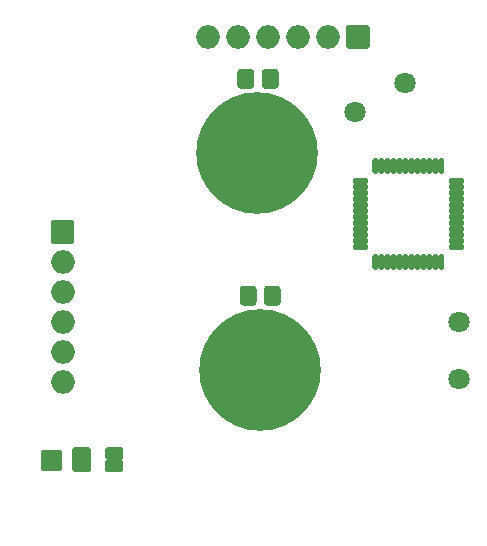
<source format=gbs>
G04 #@! TF.GenerationSoftware,KiCad,Pcbnew,5.1.7-a382d34a8~88~ubuntu18.04.1*
G04 #@! TF.CreationDate,2021-12-09T23:06:50+05:30*
G04 #@! TF.ProjectId,FrontEnd_switch_Normal_v2,46726f6e-7445-46e6-945f-737769746368,rev?*
G04 #@! TF.SameCoordinates,Original*
G04 #@! TF.FileFunction,Soldermask,Bot*
G04 #@! TF.FilePolarity,Negative*
%FSLAX46Y46*%
G04 Gerber Fmt 4.6, Leading zero omitted, Abs format (unit mm)*
G04 Created by KiCad (PCBNEW 5.1.7-a382d34a8~88~ubuntu18.04.1) date 2021-12-09 23:06:50*
%MOMM*%
%LPD*%
G01*
G04 APERTURE LIST*
%ADD10C,10.300000*%
%ADD11O,2.000000X2.000000*%
%ADD12C,1.800000*%
G04 APERTURE END LIST*
G36*
G01*
X115070000Y-85924484D02*
X115070000Y-84854916D01*
G75*
G02*
X115385216Y-84539700I315216J0D01*
G01*
X116204784Y-84539700D01*
G75*
G02*
X116520000Y-84854916I0J-315216D01*
G01*
X116520000Y-85924484D01*
G75*
G02*
X116204784Y-86239700I-315216J0D01*
G01*
X115385216Y-86239700D01*
G75*
G02*
X115070000Y-85924484I0J315216D01*
G01*
G37*
G36*
G01*
X113020000Y-85924484D02*
X113020000Y-84854916D01*
G75*
G02*
X113335216Y-84539700I315216J0D01*
G01*
X114154784Y-84539700D01*
G75*
G02*
X114470000Y-84854916I0J-315216D01*
G01*
X114470000Y-85924484D01*
G75*
G02*
X114154784Y-86239700I-315216J0D01*
G01*
X113335216Y-86239700D01*
G75*
G02*
X113020000Y-85924484I0J315216D01*
G01*
G37*
G36*
G01*
X115255000Y-104288784D02*
X115255000Y-103219216D01*
G75*
G02*
X115570216Y-102904000I315216J0D01*
G01*
X116389784Y-102904000D01*
G75*
G02*
X116705000Y-103219216I0J-315216D01*
G01*
X116705000Y-104288784D01*
G75*
G02*
X116389784Y-104604000I-315216J0D01*
G01*
X115570216Y-104604000D01*
G75*
G02*
X115255000Y-104288784I0J315216D01*
G01*
G37*
G36*
G01*
X113205000Y-104288784D02*
X113205000Y-103219216D01*
G75*
G02*
X113520216Y-102904000I315216J0D01*
G01*
X114339784Y-102904000D01*
G75*
G02*
X114655000Y-103219216I0J-315216D01*
G01*
X114655000Y-104288784D01*
G75*
G02*
X114339784Y-104604000I-315216J0D01*
G01*
X113520216Y-104604000D01*
G75*
G02*
X113205000Y-104288784I0J315216D01*
G01*
G37*
D10*
X114717000Y-91686400D03*
G36*
G01*
X103359000Y-116743000D02*
X103359000Y-117483000D01*
G75*
G02*
X103209000Y-117633000I-150000J0D01*
G01*
X101959000Y-117633000D01*
G75*
G02*
X101809000Y-117483000I0J150000D01*
G01*
X101809000Y-116743000D01*
G75*
G02*
X101959000Y-116593000I150000J0D01*
G01*
X103209000Y-116593000D01*
G75*
G02*
X103359000Y-116743000I0J-150000D01*
G01*
G37*
G36*
G01*
X100609000Y-116743000D02*
X100609000Y-118543000D01*
G75*
G02*
X100459000Y-118693000I-150000J0D01*
G01*
X99209000Y-118693000D01*
G75*
G02*
X99059000Y-118543000I0J150000D01*
G01*
X99059000Y-116743000D01*
G75*
G02*
X99209000Y-116593000I150000J0D01*
G01*
X100459000Y-116593000D01*
G75*
G02*
X100609000Y-116743000I0J-150000D01*
G01*
G37*
G36*
G01*
X103359000Y-117803000D02*
X103359000Y-118543000D01*
G75*
G02*
X103209000Y-118693000I-150000J0D01*
G01*
X101959000Y-118693000D01*
G75*
G02*
X101809000Y-118543000I0J150000D01*
G01*
X101809000Y-117803000D01*
G75*
G02*
X101959000Y-117653000I150000J0D01*
G01*
X103209000Y-117653000D01*
G75*
G02*
X103359000Y-117803000I0J-150000D01*
G01*
G37*
D11*
X110523000Y-81833700D03*
X113063000Y-81833700D03*
X115603000Y-81833700D03*
X118143000Y-81833700D03*
X120683000Y-81833700D03*
G36*
G01*
X122373000Y-80833700D02*
X124073000Y-80833700D01*
G75*
G02*
X124223000Y-80983700I0J-150000D01*
G01*
X124223000Y-82683700D01*
G75*
G02*
X124073000Y-82833700I-150000J0D01*
G01*
X122373000Y-82833700D01*
G75*
G02*
X122223000Y-82683700I0J150000D01*
G01*
X122223000Y-80983700D01*
G75*
G02*
X122373000Y-80833700I150000J0D01*
G01*
G37*
G36*
G01*
X131059000Y-98868700D02*
X132059000Y-98868700D01*
G75*
G02*
X132209000Y-99018700I0J-150000D01*
G01*
X132209000Y-99248700D01*
G75*
G02*
X132059000Y-99398700I-150000J0D01*
G01*
X131059000Y-99398700D01*
G75*
G02*
X130909000Y-99248700I0J150000D01*
G01*
X130909000Y-99018700D01*
G75*
G02*
X131059000Y-98868700I150000J0D01*
G01*
G37*
G36*
G01*
X130174000Y-92133700D02*
X130404000Y-92133700D01*
G75*
G02*
X130554000Y-92283700I0J-150000D01*
G01*
X130554000Y-93283700D01*
G75*
G02*
X130404000Y-93433700I-150000J0D01*
G01*
X130174000Y-93433700D01*
G75*
G02*
X130024000Y-93283700I0J150000D01*
G01*
X130024000Y-92283700D01*
G75*
G02*
X130174000Y-92133700I150000J0D01*
G01*
G37*
G36*
G01*
X129666000Y-92133700D02*
X129896000Y-92133700D01*
G75*
G02*
X130046000Y-92283700I0J-150000D01*
G01*
X130046000Y-93283700D01*
G75*
G02*
X129896000Y-93433700I-150000J0D01*
G01*
X129666000Y-93433700D01*
G75*
G02*
X129516000Y-93283700I0J150000D01*
G01*
X129516000Y-92283700D01*
G75*
G02*
X129666000Y-92133700I150000J0D01*
G01*
G37*
G36*
G01*
X129158000Y-92133700D02*
X129388000Y-92133700D01*
G75*
G02*
X129538000Y-92283700I0J-150000D01*
G01*
X129538000Y-93283700D01*
G75*
G02*
X129388000Y-93433700I-150000J0D01*
G01*
X129158000Y-93433700D01*
G75*
G02*
X129008000Y-93283700I0J150000D01*
G01*
X129008000Y-92283700D01*
G75*
G02*
X129158000Y-92133700I150000J0D01*
G01*
G37*
G36*
G01*
X128650000Y-92133700D02*
X128880000Y-92133700D01*
G75*
G02*
X129030000Y-92283700I0J-150000D01*
G01*
X129030000Y-93283700D01*
G75*
G02*
X128880000Y-93433700I-150000J0D01*
G01*
X128650000Y-93433700D01*
G75*
G02*
X128500000Y-93283700I0J150000D01*
G01*
X128500000Y-92283700D01*
G75*
G02*
X128650000Y-92133700I150000J0D01*
G01*
G37*
G36*
G01*
X128142000Y-92133700D02*
X128372000Y-92133700D01*
G75*
G02*
X128522000Y-92283700I0J-150000D01*
G01*
X128522000Y-93283700D01*
G75*
G02*
X128372000Y-93433700I-150000J0D01*
G01*
X128142000Y-93433700D01*
G75*
G02*
X127992000Y-93283700I0J150000D01*
G01*
X127992000Y-92283700D01*
G75*
G02*
X128142000Y-92133700I150000J0D01*
G01*
G37*
G36*
G01*
X127634000Y-92133700D02*
X127864000Y-92133700D01*
G75*
G02*
X128014000Y-92283700I0J-150000D01*
G01*
X128014000Y-93283700D01*
G75*
G02*
X127864000Y-93433700I-150000J0D01*
G01*
X127634000Y-93433700D01*
G75*
G02*
X127484000Y-93283700I0J150000D01*
G01*
X127484000Y-92283700D01*
G75*
G02*
X127634000Y-92133700I150000J0D01*
G01*
G37*
G36*
G01*
X127126000Y-92133700D02*
X127356000Y-92133700D01*
G75*
G02*
X127506000Y-92283700I0J-150000D01*
G01*
X127506000Y-93283700D01*
G75*
G02*
X127356000Y-93433700I-150000J0D01*
G01*
X127126000Y-93433700D01*
G75*
G02*
X126976000Y-93283700I0J150000D01*
G01*
X126976000Y-92283700D01*
G75*
G02*
X127126000Y-92133700I150000J0D01*
G01*
G37*
G36*
G01*
X126618000Y-92133700D02*
X126848000Y-92133700D01*
G75*
G02*
X126998000Y-92283700I0J-150000D01*
G01*
X126998000Y-93283700D01*
G75*
G02*
X126848000Y-93433700I-150000J0D01*
G01*
X126618000Y-93433700D01*
G75*
G02*
X126468000Y-93283700I0J150000D01*
G01*
X126468000Y-92283700D01*
G75*
G02*
X126618000Y-92133700I150000J0D01*
G01*
G37*
G36*
G01*
X126110000Y-92133700D02*
X126340000Y-92133700D01*
G75*
G02*
X126490000Y-92283700I0J-150000D01*
G01*
X126490000Y-93283700D01*
G75*
G02*
X126340000Y-93433700I-150000J0D01*
G01*
X126110000Y-93433700D01*
G75*
G02*
X125960000Y-93283700I0J150000D01*
G01*
X125960000Y-92283700D01*
G75*
G02*
X126110000Y-92133700I150000J0D01*
G01*
G37*
G36*
G01*
X125602000Y-92133700D02*
X125832000Y-92133700D01*
G75*
G02*
X125982000Y-92283700I0J-150000D01*
G01*
X125982000Y-93283700D01*
G75*
G02*
X125832000Y-93433700I-150000J0D01*
G01*
X125602000Y-93433700D01*
G75*
G02*
X125452000Y-93283700I0J150000D01*
G01*
X125452000Y-92283700D01*
G75*
G02*
X125602000Y-92133700I150000J0D01*
G01*
G37*
G36*
G01*
X125094000Y-92133700D02*
X125324000Y-92133700D01*
G75*
G02*
X125474000Y-92283700I0J-150000D01*
G01*
X125474000Y-93283700D01*
G75*
G02*
X125324000Y-93433700I-150000J0D01*
G01*
X125094000Y-93433700D01*
G75*
G02*
X124944000Y-93283700I0J150000D01*
G01*
X124944000Y-92283700D01*
G75*
G02*
X125094000Y-92133700I150000J0D01*
G01*
G37*
G36*
G01*
X124586000Y-92133700D02*
X124816000Y-92133700D01*
G75*
G02*
X124966000Y-92283700I0J-150000D01*
G01*
X124966000Y-93283700D01*
G75*
G02*
X124816000Y-93433700I-150000J0D01*
G01*
X124586000Y-93433700D01*
G75*
G02*
X124436000Y-93283700I0J150000D01*
G01*
X124436000Y-92283700D01*
G75*
G02*
X124586000Y-92133700I150000J0D01*
G01*
G37*
G36*
G01*
X122931000Y-93788700D02*
X123931000Y-93788700D01*
G75*
G02*
X124081000Y-93938700I0J-150000D01*
G01*
X124081000Y-94168700D01*
G75*
G02*
X123931000Y-94318700I-150000J0D01*
G01*
X122931000Y-94318700D01*
G75*
G02*
X122781000Y-94168700I0J150000D01*
G01*
X122781000Y-93938700D01*
G75*
G02*
X122931000Y-93788700I150000J0D01*
G01*
G37*
G36*
G01*
X122931000Y-94296700D02*
X123931000Y-94296700D01*
G75*
G02*
X124081000Y-94446700I0J-150000D01*
G01*
X124081000Y-94676700D01*
G75*
G02*
X123931000Y-94826700I-150000J0D01*
G01*
X122931000Y-94826700D01*
G75*
G02*
X122781000Y-94676700I0J150000D01*
G01*
X122781000Y-94446700D01*
G75*
G02*
X122931000Y-94296700I150000J0D01*
G01*
G37*
G36*
G01*
X122931000Y-95312700D02*
X123931000Y-95312700D01*
G75*
G02*
X124081000Y-95462700I0J-150000D01*
G01*
X124081000Y-95692700D01*
G75*
G02*
X123931000Y-95842700I-150000J0D01*
G01*
X122931000Y-95842700D01*
G75*
G02*
X122781000Y-95692700I0J150000D01*
G01*
X122781000Y-95462700D01*
G75*
G02*
X122931000Y-95312700I150000J0D01*
G01*
G37*
G36*
G01*
X122931000Y-95820700D02*
X123931000Y-95820700D01*
G75*
G02*
X124081000Y-95970700I0J-150000D01*
G01*
X124081000Y-96200700D01*
G75*
G02*
X123931000Y-96350700I-150000J0D01*
G01*
X122931000Y-96350700D01*
G75*
G02*
X122781000Y-96200700I0J150000D01*
G01*
X122781000Y-95970700D01*
G75*
G02*
X122931000Y-95820700I150000J0D01*
G01*
G37*
G36*
G01*
X122931000Y-96328700D02*
X123931000Y-96328700D01*
G75*
G02*
X124081000Y-96478700I0J-150000D01*
G01*
X124081000Y-96708700D01*
G75*
G02*
X123931000Y-96858700I-150000J0D01*
G01*
X122931000Y-96858700D01*
G75*
G02*
X122781000Y-96708700I0J150000D01*
G01*
X122781000Y-96478700D01*
G75*
G02*
X122931000Y-96328700I150000J0D01*
G01*
G37*
G36*
G01*
X122931000Y-96836700D02*
X123931000Y-96836700D01*
G75*
G02*
X124081000Y-96986700I0J-150000D01*
G01*
X124081000Y-97216700D01*
G75*
G02*
X123931000Y-97366700I-150000J0D01*
G01*
X122931000Y-97366700D01*
G75*
G02*
X122781000Y-97216700I0J150000D01*
G01*
X122781000Y-96986700D01*
G75*
G02*
X122931000Y-96836700I150000J0D01*
G01*
G37*
G36*
G01*
X122931000Y-97344700D02*
X123931000Y-97344700D01*
G75*
G02*
X124081000Y-97494700I0J-150000D01*
G01*
X124081000Y-97724700D01*
G75*
G02*
X123931000Y-97874700I-150000J0D01*
G01*
X122931000Y-97874700D01*
G75*
G02*
X122781000Y-97724700I0J150000D01*
G01*
X122781000Y-97494700D01*
G75*
G02*
X122931000Y-97344700I150000J0D01*
G01*
G37*
G36*
G01*
X122931000Y-97852700D02*
X123931000Y-97852700D01*
G75*
G02*
X124081000Y-98002700I0J-150000D01*
G01*
X124081000Y-98232700D01*
G75*
G02*
X123931000Y-98382700I-150000J0D01*
G01*
X122931000Y-98382700D01*
G75*
G02*
X122781000Y-98232700I0J150000D01*
G01*
X122781000Y-98002700D01*
G75*
G02*
X122931000Y-97852700I150000J0D01*
G01*
G37*
G36*
G01*
X122931000Y-98360700D02*
X123931000Y-98360700D01*
G75*
G02*
X124081000Y-98510700I0J-150000D01*
G01*
X124081000Y-98740700D01*
G75*
G02*
X123931000Y-98890700I-150000J0D01*
G01*
X122931000Y-98890700D01*
G75*
G02*
X122781000Y-98740700I0J150000D01*
G01*
X122781000Y-98510700D01*
G75*
G02*
X122931000Y-98360700I150000J0D01*
G01*
G37*
G36*
G01*
X122931000Y-98868700D02*
X123931000Y-98868700D01*
G75*
G02*
X124081000Y-99018700I0J-150000D01*
G01*
X124081000Y-99248700D01*
G75*
G02*
X123931000Y-99398700I-150000J0D01*
G01*
X122931000Y-99398700D01*
G75*
G02*
X122781000Y-99248700I0J150000D01*
G01*
X122781000Y-99018700D01*
G75*
G02*
X122931000Y-98868700I150000J0D01*
G01*
G37*
G36*
G01*
X122931000Y-99376700D02*
X123931000Y-99376700D01*
G75*
G02*
X124081000Y-99526700I0J-150000D01*
G01*
X124081000Y-99756700D01*
G75*
G02*
X123931000Y-99906700I-150000J0D01*
G01*
X122931000Y-99906700D01*
G75*
G02*
X122781000Y-99756700I0J150000D01*
G01*
X122781000Y-99526700D01*
G75*
G02*
X122931000Y-99376700I150000J0D01*
G01*
G37*
G36*
G01*
X125094000Y-100261700D02*
X125324000Y-100261700D01*
G75*
G02*
X125474000Y-100411700I0J-150000D01*
G01*
X125474000Y-101411700D01*
G75*
G02*
X125324000Y-101561700I-150000J0D01*
G01*
X125094000Y-101561700D01*
G75*
G02*
X124944000Y-101411700I0J150000D01*
G01*
X124944000Y-100411700D01*
G75*
G02*
X125094000Y-100261700I150000J0D01*
G01*
G37*
G36*
G01*
X125602000Y-100261700D02*
X125832000Y-100261700D01*
G75*
G02*
X125982000Y-100411700I0J-150000D01*
G01*
X125982000Y-101411700D01*
G75*
G02*
X125832000Y-101561700I-150000J0D01*
G01*
X125602000Y-101561700D01*
G75*
G02*
X125452000Y-101411700I0J150000D01*
G01*
X125452000Y-100411700D01*
G75*
G02*
X125602000Y-100261700I150000J0D01*
G01*
G37*
G36*
G01*
X126110000Y-100261700D02*
X126340000Y-100261700D01*
G75*
G02*
X126490000Y-100411700I0J-150000D01*
G01*
X126490000Y-101411700D01*
G75*
G02*
X126340000Y-101561700I-150000J0D01*
G01*
X126110000Y-101561700D01*
G75*
G02*
X125960000Y-101411700I0J150000D01*
G01*
X125960000Y-100411700D01*
G75*
G02*
X126110000Y-100261700I150000J0D01*
G01*
G37*
G36*
G01*
X126618000Y-100261700D02*
X126848000Y-100261700D01*
G75*
G02*
X126998000Y-100411700I0J-150000D01*
G01*
X126998000Y-101411700D01*
G75*
G02*
X126848000Y-101561700I-150000J0D01*
G01*
X126618000Y-101561700D01*
G75*
G02*
X126468000Y-101411700I0J150000D01*
G01*
X126468000Y-100411700D01*
G75*
G02*
X126618000Y-100261700I150000J0D01*
G01*
G37*
G36*
G01*
X127126000Y-100261700D02*
X127356000Y-100261700D01*
G75*
G02*
X127506000Y-100411700I0J-150000D01*
G01*
X127506000Y-101411700D01*
G75*
G02*
X127356000Y-101561700I-150000J0D01*
G01*
X127126000Y-101561700D01*
G75*
G02*
X126976000Y-101411700I0J150000D01*
G01*
X126976000Y-100411700D01*
G75*
G02*
X127126000Y-100261700I150000J0D01*
G01*
G37*
G36*
G01*
X127634000Y-100261700D02*
X127864000Y-100261700D01*
G75*
G02*
X128014000Y-100411700I0J-150000D01*
G01*
X128014000Y-101411700D01*
G75*
G02*
X127864000Y-101561700I-150000J0D01*
G01*
X127634000Y-101561700D01*
G75*
G02*
X127484000Y-101411700I0J150000D01*
G01*
X127484000Y-100411700D01*
G75*
G02*
X127634000Y-100261700I150000J0D01*
G01*
G37*
G36*
G01*
X128142000Y-100261700D02*
X128372000Y-100261700D01*
G75*
G02*
X128522000Y-100411700I0J-150000D01*
G01*
X128522000Y-101411700D01*
G75*
G02*
X128372000Y-101561700I-150000J0D01*
G01*
X128142000Y-101561700D01*
G75*
G02*
X127992000Y-101411700I0J150000D01*
G01*
X127992000Y-100411700D01*
G75*
G02*
X128142000Y-100261700I150000J0D01*
G01*
G37*
G36*
G01*
X128650000Y-100261700D02*
X128880000Y-100261700D01*
G75*
G02*
X129030000Y-100411700I0J-150000D01*
G01*
X129030000Y-101411700D01*
G75*
G02*
X128880000Y-101561700I-150000J0D01*
G01*
X128650000Y-101561700D01*
G75*
G02*
X128500000Y-101411700I0J150000D01*
G01*
X128500000Y-100411700D01*
G75*
G02*
X128650000Y-100261700I150000J0D01*
G01*
G37*
G36*
G01*
X129158000Y-100261700D02*
X129388000Y-100261700D01*
G75*
G02*
X129538000Y-100411700I0J-150000D01*
G01*
X129538000Y-101411700D01*
G75*
G02*
X129388000Y-101561700I-150000J0D01*
G01*
X129158000Y-101561700D01*
G75*
G02*
X129008000Y-101411700I0J150000D01*
G01*
X129008000Y-100411700D01*
G75*
G02*
X129158000Y-100261700I150000J0D01*
G01*
G37*
G36*
G01*
X129666000Y-100261700D02*
X129896000Y-100261700D01*
G75*
G02*
X130046000Y-100411700I0J-150000D01*
G01*
X130046000Y-101411700D01*
G75*
G02*
X129896000Y-101561700I-150000J0D01*
G01*
X129666000Y-101561700D01*
G75*
G02*
X129516000Y-101411700I0J150000D01*
G01*
X129516000Y-100411700D01*
G75*
G02*
X129666000Y-100261700I150000J0D01*
G01*
G37*
G36*
G01*
X130174000Y-100261700D02*
X130404000Y-100261700D01*
G75*
G02*
X130554000Y-100411700I0J-150000D01*
G01*
X130554000Y-101411700D01*
G75*
G02*
X130404000Y-101561700I-150000J0D01*
G01*
X130174000Y-101561700D01*
G75*
G02*
X130024000Y-101411700I0J150000D01*
G01*
X130024000Y-100411700D01*
G75*
G02*
X130174000Y-100261700I150000J0D01*
G01*
G37*
G36*
G01*
X131059000Y-99376700D02*
X132059000Y-99376700D01*
G75*
G02*
X132209000Y-99526700I0J-150000D01*
G01*
X132209000Y-99756700D01*
G75*
G02*
X132059000Y-99906700I-150000J0D01*
G01*
X131059000Y-99906700D01*
G75*
G02*
X130909000Y-99756700I0J150000D01*
G01*
X130909000Y-99526700D01*
G75*
G02*
X131059000Y-99376700I150000J0D01*
G01*
G37*
G36*
G01*
X131059000Y-98360700D02*
X132059000Y-98360700D01*
G75*
G02*
X132209000Y-98510700I0J-150000D01*
G01*
X132209000Y-98740700D01*
G75*
G02*
X132059000Y-98890700I-150000J0D01*
G01*
X131059000Y-98890700D01*
G75*
G02*
X130909000Y-98740700I0J150000D01*
G01*
X130909000Y-98510700D01*
G75*
G02*
X131059000Y-98360700I150000J0D01*
G01*
G37*
G36*
G01*
X131059000Y-97852700D02*
X132059000Y-97852700D01*
G75*
G02*
X132209000Y-98002700I0J-150000D01*
G01*
X132209000Y-98232700D01*
G75*
G02*
X132059000Y-98382700I-150000J0D01*
G01*
X131059000Y-98382700D01*
G75*
G02*
X130909000Y-98232700I0J150000D01*
G01*
X130909000Y-98002700D01*
G75*
G02*
X131059000Y-97852700I150000J0D01*
G01*
G37*
G36*
G01*
X131059000Y-97344700D02*
X132059000Y-97344700D01*
G75*
G02*
X132209000Y-97494700I0J-150000D01*
G01*
X132209000Y-97724700D01*
G75*
G02*
X132059000Y-97874700I-150000J0D01*
G01*
X131059000Y-97874700D01*
G75*
G02*
X130909000Y-97724700I0J150000D01*
G01*
X130909000Y-97494700D01*
G75*
G02*
X131059000Y-97344700I150000J0D01*
G01*
G37*
G36*
G01*
X131059000Y-96836700D02*
X132059000Y-96836700D01*
G75*
G02*
X132209000Y-96986700I0J-150000D01*
G01*
X132209000Y-97216700D01*
G75*
G02*
X132059000Y-97366700I-150000J0D01*
G01*
X131059000Y-97366700D01*
G75*
G02*
X130909000Y-97216700I0J150000D01*
G01*
X130909000Y-96986700D01*
G75*
G02*
X131059000Y-96836700I150000J0D01*
G01*
G37*
G36*
G01*
X131059000Y-96328700D02*
X132059000Y-96328700D01*
G75*
G02*
X132209000Y-96478700I0J-150000D01*
G01*
X132209000Y-96708700D01*
G75*
G02*
X132059000Y-96858700I-150000J0D01*
G01*
X131059000Y-96858700D01*
G75*
G02*
X130909000Y-96708700I0J150000D01*
G01*
X130909000Y-96478700D01*
G75*
G02*
X131059000Y-96328700I150000J0D01*
G01*
G37*
G36*
G01*
X131059000Y-95820700D02*
X132059000Y-95820700D01*
G75*
G02*
X132209000Y-95970700I0J-150000D01*
G01*
X132209000Y-96200700D01*
G75*
G02*
X132059000Y-96350700I-150000J0D01*
G01*
X131059000Y-96350700D01*
G75*
G02*
X130909000Y-96200700I0J150000D01*
G01*
X130909000Y-95970700D01*
G75*
G02*
X131059000Y-95820700I150000J0D01*
G01*
G37*
G36*
G01*
X131059000Y-95312700D02*
X132059000Y-95312700D01*
G75*
G02*
X132209000Y-95462700I0J-150000D01*
G01*
X132209000Y-95692700D01*
G75*
G02*
X132059000Y-95842700I-150000J0D01*
G01*
X131059000Y-95842700D01*
G75*
G02*
X130909000Y-95692700I0J150000D01*
G01*
X130909000Y-95462700D01*
G75*
G02*
X131059000Y-95312700I150000J0D01*
G01*
G37*
G36*
G01*
X131059000Y-94804700D02*
X132059000Y-94804700D01*
G75*
G02*
X132209000Y-94954700I0J-150000D01*
G01*
X132209000Y-95184700D01*
G75*
G02*
X132059000Y-95334700I-150000J0D01*
G01*
X131059000Y-95334700D01*
G75*
G02*
X130909000Y-95184700I0J150000D01*
G01*
X130909000Y-94954700D01*
G75*
G02*
X131059000Y-94804700I150000J0D01*
G01*
G37*
G36*
G01*
X131059000Y-94296700D02*
X132059000Y-94296700D01*
G75*
G02*
X132209000Y-94446700I0J-150000D01*
G01*
X132209000Y-94676700D01*
G75*
G02*
X132059000Y-94826700I-150000J0D01*
G01*
X131059000Y-94826700D01*
G75*
G02*
X130909000Y-94676700I0J150000D01*
G01*
X130909000Y-94446700D01*
G75*
G02*
X131059000Y-94296700I150000J0D01*
G01*
G37*
G36*
G01*
X131059000Y-93788700D02*
X132059000Y-93788700D01*
G75*
G02*
X132209000Y-93938700I0J-150000D01*
G01*
X132209000Y-94168700D01*
G75*
G02*
X132059000Y-94318700I-150000J0D01*
G01*
X131059000Y-94318700D01*
G75*
G02*
X130909000Y-94168700I0J150000D01*
G01*
X130909000Y-93938700D01*
G75*
G02*
X131059000Y-93788700I150000J0D01*
G01*
G37*
G36*
G01*
X124586000Y-100261700D02*
X124816000Y-100261700D01*
G75*
G02*
X124966000Y-100411700I0J-150000D01*
G01*
X124966000Y-101411700D01*
G75*
G02*
X124816000Y-101561700I-150000J0D01*
G01*
X124586000Y-101561700D01*
G75*
G02*
X124436000Y-101411700I0J150000D01*
G01*
X124436000Y-100411700D01*
G75*
G02*
X124586000Y-100261700I150000J0D01*
G01*
G37*
G36*
G01*
X122931000Y-94804700D02*
X123931000Y-94804700D01*
G75*
G02*
X124081000Y-94954700I0J-150000D01*
G01*
X124081000Y-95184700D01*
G75*
G02*
X123931000Y-95334700I-150000J0D01*
G01*
X122931000Y-95334700D01*
G75*
G02*
X122781000Y-95184700I0J150000D01*
G01*
X122781000Y-94954700D01*
G75*
G02*
X122931000Y-94804700I150000J0D01*
G01*
G37*
G36*
G01*
X96375100Y-118466000D02*
X96375100Y-116942000D01*
G75*
G02*
X96525100Y-116792000I150000J0D01*
G01*
X98049100Y-116792000D01*
G75*
G02*
X98199100Y-116942000I0J-150000D01*
G01*
X98199100Y-118466000D01*
G75*
G02*
X98049100Y-118616000I-150000J0D01*
G01*
X96525100Y-118616000D01*
G75*
G02*
X96375100Y-118466000I0J150000D01*
G01*
G37*
D10*
X114930000Y-110023000D03*
D12*
X131796000Y-105951000D03*
X131796000Y-110831000D03*
X127223204Y-85774200D03*
X122997000Y-88214200D03*
G36*
G01*
X97220000Y-99230000D02*
X97220000Y-97530000D01*
G75*
G02*
X97370000Y-97380000I150000J0D01*
G01*
X99070000Y-97380000D01*
G75*
G02*
X99220000Y-97530000I0J-150000D01*
G01*
X99220000Y-99230000D01*
G75*
G02*
X99070000Y-99380000I-150000J0D01*
G01*
X97370000Y-99380000D01*
G75*
G02*
X97220000Y-99230000I0J150000D01*
G01*
G37*
D11*
X98220000Y-100920000D03*
X98220000Y-103460000D03*
X98220000Y-106000000D03*
X98220000Y-108540000D03*
X98220000Y-111080000D03*
M02*

</source>
